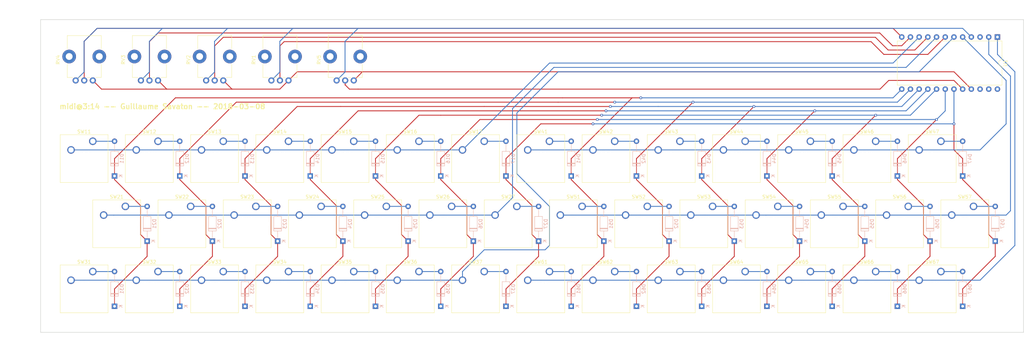
<source format=kicad_pcb>
(kicad_pcb (version 20211014) (generator pcbnew)
  (layers (0 "F.Cu" signal) (31 "B.Cu" signal) (34 "B.Paste" user) (35 "F.Paste" user) (36 "B.SilkS" user "B.Silkscreen") (37 "F.SilkS" user "F.Silkscreen") (38 "B.Mask" user) (39 "F.Mask" user) (44 "Edge.Cuts" user))
  (net 0 "")
  (net 1 "ROW1")
  (net 2 "Net-(D11-Pad2)")
  (net 3 "Net-(D12-Pad2)")
  (net 4 "Net-(D13-Pad2)")
  (net 5 "Net-(D14-Pad2)")
  (net 6 "Net-(D15-Pad2)")
  (net 7 "Net-(D16-Pad2)")
  (net 8 "Net-(D17-Pad2)")
  (net 9 "ROW2")
  (net 10 "Net-(D21-Pad2)")
  (net 11 "Net-(D22-Pad2)")
  (net 12 "Net-(D23-Pad2)")
  (net 13 "Net-(D24-Pad2)")
  (net 14 "Net-(D25-Pad2)")
  (net 15 "Net-(D26-Pad2)")
  (net 16 "Net-(D27-Pad2)")
  (net 17 "COL7")
  (net 18 "COL6")
  (net 19 "Net-(U1-Pad3)")
  (net 20 "COL5")
  (net 21 "COL4")
  (net 22 "COL3")
  (net 23 "COL2")
  (net 24 "COL1")
  (net 25 "+5V")
  (net 26 "Net-(U1-Pad22)")
  (net 27 "Net-(U1-Pad23)")
  (net 28 "Net-(U1-Pad24)")
  (net 29 "Net-(D31-Pad2)")
  (net 30 "Net-(D32-Pad2)")
  (net 31 "Net-(D33-Pad2)")
  (net 32 "Net-(D34-Pad2)")
  (net 33 "Net-(D35-Pad2)")
  (net 34 "Net-(D36-Pad2)")
  (net 35 "Net-(D37-Pad2)")
  (net 36 "Net-(D41-Pad2)")
  (net 37 "Net-(D42-Pad2)")
  (net 38 "Net-(D43-Pad2)")
  (net 39 "Net-(D44-Pad2)")
  (net 40 "Net-(D45-Pad2)")
  (net 41 "Net-(D46-Pad2)")
  (net 42 "Net-(D47-Pad2)")
  (net 43 "Net-(D51-Pad2)")
  (net 44 "Net-(D52-Pad2)")
  (net 45 "Net-(D53-Pad2)")
  (net 46 "Net-(D54-Pad2)")
  (net 47 "Net-(D55-Pad2)")
  (net 48 "Net-(D56-Pad2)")
  (net 49 "Net-(D57-Pad2)")
  (net 50 "Net-(D61-Pad2)")
  (net 51 "Net-(D62-Pad2)")
  (net 52 "Net-(D63-Pad2)")
  (net 53 "Net-(D64-Pad2)")
  (net 54 "Net-(D65-Pad2)")
  (net 55 "Net-(D66-Pad2)")
  (net 56 "Net-(D67-Pad2)")
  (net 57 "ROW3")
  (net 58 "ROW4")
  (net 59 "ROW5")
  (net 60 "ROW6")
  (net 61 "GND")
  (net 62 "Net-(RV1-Pad2)")
  (net 63 "Net-(RV2-Pad2)")
  (net 64 "Net-(RV3-Pad2)")
  (net 65 "Net-(RV4-Pad2)")
  (net 66 "Net-(RV5-Pad2)")
  (footprint "Button_Switch_Keyboard:SW_Cherry_MX1A_1.00u_PCB" (layer "F.Cu") (at 334.645 151.13)
    (fp_text reference "SW57")
    (fp_text value "SW_Push")
  )
  (footprint "Button_Switch_Keyboard:SW_Cherry_MX1A_1.00u_PCB" (layer "F.Cu") (at 296.545 151.13)
    (fp_text reference "SW55")
    (fp_text value "SW_Push")
  )
  (footprint "Button_Switch_Keyboard:SW_Cherry_MX1A_1.00u_PCB" (layer "F.Cu") (at 248.92 132.08)
    (fp_text reference "SW43")
    (fp_text value "SW_Push")
  )
  (footprint "Button_Switch_Keyboard:SW_Cherry_MX1A_1.00u_PCB" (layer "F.Cu") (at 220.345 151.13)
    (fp_text reference "SW51")
    (fp_text value "SW_Push")
  )
  (footprint "Button_Switch_Keyboard:SW_Cherry_MX1A_1.00u_PCB" (layer "F.Cu") (at 277.495 151.13)
    (fp_text reference "SW54")
    (fp_text value "SW_Push")
  )
  (footprint "Button_Switch_Keyboard:SW_Cherry_MX1A_1.00u_PCB" (layer "F.Cu") (at 306.07 132.08)
    (fp_text reference "SW46")
    (fp_text value "SW_Push")
  )
  (footprint "Button_Switch_Keyboard:SW_Cherry_MX1A_1.00u_PCB" (layer "F.Cu") (at 191.77 132.08)
    (fp_text reference "SW17")
    (fp_text value "SW_Push")
  )
  (footprint "Button_Switch_Keyboard:SW_Cherry_MX1A_1.00u_PCB" (layer "F.Cu") (at 115.57 170.18)
    (fp_text reference "SW33")
    (fp_text value "SW_Push")
  )
  (footprint "Button_Switch_Keyboard:SW_Cherry_MX1A_1.00u_PCB" (layer "F.Cu") (at 229.87 170.18)
    (fp_text reference "SW62")
    (fp_text value "SW_Push")
  )
  (footprint "Button_Switch_Keyboard:SW_Cherry_MX1A_1.00u_PCB" (layer "F.Cu") (at 325.12 170.18)
    (fp_text reference "SW67")
    (fp_text value "SW_Push")
  )
  (footprint "Button_Switch_Keyboard:SW_Cherry_MX1A_1.00u_PCB" (layer "F.Cu") (at 248.92 170.18)
    (fp_text reference "SW63")
    (fp_text value "SW_Push")
  )
  (footprint "Button_Switch_Keyboard:SW_Cherry_MX1A_1.00u_PCB" (layer "F.Cu") (at 77.47 170.18)
    (fp_text reference "SW31")
    (fp_text value "SW_Push")
  )
  (footprint "Button_Switch_Keyboard:SW_Cherry_MX1A_1.00u_PCB" (layer "F.Cu") (at 306.07 170.18)
    (fp_text reference "SW66")
    (fp_text value "SW_Push")
  )
  (footprint "Package_DIP:DIP-24_W15.24mm" (layer "F.Cu") (at 341.63 101.6 -90)
    (fp_text reference "U1")
    (fp_text value "Arduino_Pro_Micro")
  )
  (footprint "Button_Switch_Keyboard:SW_Cherry_MX1A_1.00u_PCB" (layer "F.Cu") (at 210.82 132.08)
    (fp_text reference "SW41")
    (fp_text value "SW_Push")
  )
  (footprint "Button_Switch_Keyboard:SW_Cherry_MX1A_1.00u_PCB" (layer "F.Cu") (at 77.47 132.08)
    (fp_text reference "SW11")
    (fp_text value "SW_Push")
  )
  (footprint "Button_Switch_Keyboard:SW_Cherry_MX1A_1.00u_PCB" (layer "F.Cu") (at 86.995 151.13)
    (fp_text reference "SW21")
    (fp_text value "SW_Push")
  )
  (footprint "Button_Switch_Keyboard:SW_Cherry_MX1A_1.00u_PCB" (layer "F.Cu") (at 287.02 170.18)
    (fp_text reference "SW65")
    (fp_text value "SW_Push")
  )
  (footprint "Button_Switch_Keyboard:SW_Cherry_MX1A_1.00u_PCB" (layer "F.Cu") (at 258.445 151.13)
    (fp_text reference "SW53")
    (fp_text value "SW_Push")
  )
  (footprint "Button_Switch_Keyboard:SW_Cherry_MX1A_1.00u_PCB" (layer "F.Cu") (at 239.395 151.13)
    (fp_text reference "SW52")
    (fp_text value "SW_Push")
  )
  (footprint "Button_Switch_Keyboard:SW_Cherry_MX1A_1.00u_PCB" (layer "F.Cu") (at 315.595 151.13)
    (fp_text reference "SW56")
    (fp_text value "SW_Push")
  )
  (footprint "Button_Switch_Keyboard:SW_Cherry_MX1A_1.00u_PCB" (layer "F.Cu") (at 191.77 170.18)
    (fp_text reference "SW37")
    (fp_text value "SW_Push")
  )
  (footprint "Button_Switch_Keyboard:SW_Cherry_MX1A_1.00u_PCB" (layer "F.Cu") (at 106.045 151.13)
    (fp_text reference "SW22")
    (fp_text value "SW_Push")
  )
  (footprint "Button_Switch_Keyboard:SW_Cherry_MX1A_1.00u_PCB" (layer "F.Cu") (at 201.295 151.13)
    (fp_text reference "SW27")
    (fp_text value "SW_Push")
  )
  (footprint "Button_Switch_Keyboard:SW_Cherry_MX1A_1.00u_PCB" (layer "F.Cu") (at 134.62 170.18)
    (fp_text reference "SW34")
    (fp_text value "SW_Push")
  )
  (footprint "Button_Switch_Keyboard:SW_Cherry_MX1A_1.00u_PCB" (layer "F.Cu") (at 96.52 132.08)
    (fp_text reference "SW12")
    (fp_text value "SW_Push")
  )
  (footprint "Button_Switch_Keyboard:SW_Cherry_MX1A_1.00u_PCB" (layer "F.Cu") (at 287.02 132.08)
    (fp_text reference "SW45")
    (fp_text value "SW_Push")
  )
  (footprint "Button_Switch_Keyboard:SW_Cherry_MX1A_1.00u_PCB" (layer "F.Cu") (at 163.195 151.13)
    (fp_text reference "SW25")
    (fp_text value "SW_Push")
  )
  (footprint "Button_Switch_Keyboard:SW_Cherry_MX1A_1.00u_PCB" (layer "F.Cu") (at 144.145 151.13)
    (fp_text reference "SW24")
    (fp_text value "SW_Push")
  )
  (footprint "Button_Switch_Keyboard:SW_Cherry_MX1A_1.00u_PCB" (layer "F.Cu") (at 125.095 151.13)
    (fp_text reference "SW23")
    (fp_text value "SW_Push")
  )
  (footprint "Button_Switch_Keyboard:SW_Cherry_MX1A_1.00u_PCB" (layer "F.Cu") (at 115.57 132.08)
    (fp_text reference "SW13")
    (fp_text value "SW_Push")
  )
  (footprint "Button_Switch_Keyboard:SW_Cherry_MX1A_1.00u_PCB" (layer "F.Cu") (at 134.62 132.08)
    (fp_text reference "SW14")
    (fp_text value "SW_Push")
  )
  (footprint "Button_Switch_Keyboard:SW_Cherry_MX1A_1.00u_PCB" (layer "F.Cu") (at 96.52 170.18)
    (fp_text reference "SW32")
    (fp_text value "SW_Push")
  )
  (footprint "Button_Switch_Keyboard:SW_Cherry_MX1A_1.00u_PCB" (layer "F.Cu") (at 182.245 151.13)
    (fp_text reference "SW26")
    (fp_text value "SW_Push")
  )
  (footprint "Button_Switch_Keyboard:SW_Cherry_MX1A_1.00u_PCB" (layer "F.Cu") (at 153.67 132.08)
    (fp_text reference "SW15")
    (fp_text value "SW_Push")
  )
  (footprint "Button_Switch_Keyboard:SW_Cherry_MX1A_1.00u_PCB" (layer "F.Cu") (at 267.97 132.08)
    (fp_text reference "SW44")
    (fp_text value "SW_Push")
  )
  (footprint "Button_Switch_Keyboard:SW_Cherry_MX1A_1.00u_PCB" (layer "F.Cu") (at 210.82 170.18)
    (fp_text reference "SW61")
    (fp_text value "SW_Push")
  )
  (footprint "Button_Switch_Keyboard:SW_Cherry_MX1A_1.00u_PCB" (layer "F.Cu") (at 229.87 132.08)
    (fp_text reference "SW42")
    (fp_text value "SW_Push")
  )
  (footprint "Button_Switch_Keyboard:SW_Cherry_MX1A_1.00u_PCB" (layer "F.Cu") (at 267.97 170.18)
    (fp_text reference "SW64")
    (fp_text value "SW_Push")
  )
  (footprint "Button_Switch_Keyboard:SW_Cherry_MX1A_1.00u_PCB" (layer "F.Cu") (at 172.72 132.08)
    (fp_text reference "SW16")
    (fp_text value "SW_Push")
  )
  (footprint "Button_Switch_Keyboard:SW_Cherry_MX1A_1.00u_PCB" (layer "F.Cu") (at 325.12 132.08)
    (fp_text reference "SW47")
    (fp_text value "SW_Push")
  )
  (footprint "Button_Switch_Keyboard:SW_Cherry_MX1A_1.00u_PCB" (layer "F.Cu") (at 153.67 170.18)
    (fp_text reference "SW35")
    (fp_text value "SW_Push")
  )
  (footprint "Button_Switch_Keyboard:SW_Cherry_MX1A_1.00u_PCB" (layer "F.Cu") (at 172.72 170.18)
    (fp_text reference "SW36")
    (fp_text value "SW_Push")
  )
  (footprint "Potentiometer_THT:Potentiometer_Bourns_PTV09A-1_Single_Vertical" (layer "F.Cu") (at 77.47 114.3 90)
    (fp_text reference "RV4")
    (fp_text value "POT")
  )
  (footprint "Potentiometer_THT:Potentiometer_Bourns_PTV09A-1_Single_Vertical" (layer "F.Cu") (at 153.67 114.3 90)
    (fp_text reference "RV5")
    (fp_text value "POT")
  )
  (footprint "Potentiometer_THT:Potentiometer_Bourns_PTV09A-1_Single_Vertical" (layer "F.Cu") (at 134.62 114.3 90)
    (fp_text reference "RV1")
    (fp_text value "POT")
  )
  (footprint "Potentiometer_THT:Potentiometer_Bourns_PTV09A-1_Single_Vertical" (layer "F.Cu") (at 115.57 114.3 90)
    (fp_text reference "RV2")
    (fp_text value "POT")
  )
  (footprint "Potentiometer_THT:Potentiometer_Bourns_PTV09A-1_Single_Vertical" (layer "F.Cu") (at 96.52 114.3 90)
    (fp_text reference "RV3")
    (fp_text value "POT")
  )
  (footprint "Diode_THT:D_DO-35_SOD27_P10.16mm_Horizontal" (layer "B.Cu") (at 217.17 180.34 90)
    (fp_text reference "D61")
    (fp_text value "1N4148")
  )
  (footprint "Diode_THT:D_DO-35_SOD27_P10.16mm_Horizontal" (layer "B.Cu") (at 112.395 161.29 90)
    (fp_text reference "D22")
    (fp_text value "1N4148")
  )
  (footprint "Diode_THT:D_DO-35_SOD27_P10.16mm_Horizontal" (layer "B.Cu") (at 121.92 142.24 90)
    (fp_text reference "D13")
    (fp_text value "1N4148")
  )
  (footprint "Diode_THT:D_DO-35_SOD27_P10.16mm_Horizontal" (layer "B.Cu") (at 102.87 142.24 90)
    (fp_text reference "D12")
    (fp_text value "1N4148")
  )
  (footprint "Diode_THT:D_DO-35_SOD27_P10.16mm_Horizontal" (layer "B.Cu") (at 236.22 180.34 90)
    (fp_text reference "D62")
    (fp_text value "1N4148")
  )
  (footprint "Diode_THT:D_DO-35_SOD27_P10.16mm_Horizontal" (layer "B.Cu") (at 121.92 180.34 90)
    (fp_text reference "D33")
    (fp_text value "1N4148")
  )
  (footprint "Diode_THT:D_DO-35_SOD27_P10.16mm_Horizontal" (layer "B.Cu") (at 179.07 142.24 90)
    (fp_text reference "D16")
    (fp_text value "1N4148")
  )
  (footprint "Diode_THT:D_DO-35_SOD27_P10.16mm_Horizontal" (layer "B.Cu") (at 198.12 142.24 90)
    (fp_text reference "D17")
    (fp_text value "1N4148")
  )
  (footprint "Diode_THT:D_DO-35_SOD27_P10.16mm_Horizontal" (layer "B.Cu") (at 150.495 161.29 90)
    (fp_text reference "D24")
    (fp_text value "1N4148")
  )
  (footprint "Diode_THT:D_DO-35_SOD27_P10.16mm_Horizontal" (layer "B.Cu") (at 140.97 180.34 90)
    (fp_text reference "D34")
    (fp_text value "1N4148")
  )
  (footprint "Diode_THT:D_DO-35_SOD27_P10.16mm_Horizontal" (layer "B.Cu") (at 207.645 161.29 90)
    (fp_text reference "D27")
    (fp_text value "1N4148")
  )
  (footprint "Diode_THT:D_DO-35_SOD27_P10.16mm_Horizontal" (layer "B.Cu") (at 198.12 180.34 90)
    (fp_text reference "D37")
    (fp_text value "1N4148")
  )
  (footprint "Diode_THT:D_DO-35_SOD27_P10.16mm_Horizontal" (layer "B.Cu") (at 236.22 142.24 90)
    (fp_text reference "D42")
    (fp_text value "1N4148")
  )
  (footprint "Diode_THT:D_DO-35_SOD27_P10.16mm_Horizontal" (layer "B.Cu") (at 226.695 161.29 90)
    (fp_text reference "D51")
    (fp_text value "1N4148")
  )
  (footprint "Diode_THT:D_DO-35_SOD27_P10.16mm_Horizontal" (layer "B.Cu") (at 217.17 142.24 90)
    (fp_text reference "D41")
    (fp_text value "1N4148")
  )
  (footprint "Diode_THT:D_DO-35_SOD27_P10.16mm_Horizontal" (layer "B.Cu") (at 274.32 180.34 90)
    (fp_text reference "D64")
    (fp_text value "1N4148")
  )
  (footprint "Diode_THT:D_DO-35_SOD27_P10.16mm_Horizontal" (layer "B.Cu") (at 179.07 180.34 90)
    (fp_text reference "D36")
    (fp_text value "1N4148")
  )
  (footprint "Diode_THT:D_DO-35_SOD27_P10.16mm_Horizontal" (layer "B.Cu") (at 255.27 180.34 90)
    (fp_text reference "D63")
    (fp_text value "1N4148")
  )
  (footprint "Diode_THT:D_DO-35_SOD27_P10.16mm_Horizontal" (layer "B.Cu") (at 160.02 180.34 90)
    (fp_text reference "D35")
    (fp_text value "1N4148")
  )
  (footprint "Diode_THT:D_DO-35_SOD27_P10.16mm_Horizontal" (layer "B.Cu") (at 102.87 180.34 90)
    (fp_text reference "D32")
    (fp_text value "1N4148")
  )
  (footprint "Diode_THT:D_DO-35_SOD27_P10.16mm_Horizontal" (layer "B.Cu") (at 255.27 142.24 90)
    (fp_text reference "D43")
    (fp_text value "1N4148")
  )
  (footprint "Diode_THT:D_DO-35_SOD27_P10.16mm_Horizontal" (layer "B.Cu") (at 264.795 161.29 90)
    (fp_text reference "D53")
    (fp_text value "1N4148")
  )
  (footprint "Diode_THT:D_DO-35_SOD27_P10.16mm_Horizontal" (layer "B.Cu") (at 302.895 161.29 90)
    (fp_text reference "D55")
    (fp_text value "1N4148")
  )
  (footprint "Diode_THT:D_DO-35_SOD27_P10.16mm_Horizontal" (layer "B.Cu") (at 83.82 142.24 90)
    (fp_text reference "D11")
    (fp_text value "1N4148")
  )
  (footprint "Diode_THT:D_DO-35_SOD27_P10.16mm_Horizontal" (layer "B.Cu") (at 245.745 161.29 90)
    (fp_text reference "D52")
    (fp_text value "1N4148")
  )
  (footprint "Diode_THT:D_DO-35_SOD27_P10.16mm_Horizontal" (layer "B.Cu") (at 340.995 161.29 90)
    (fp_text reference "D57")
    (fp_text value "1N4148")
  )
  (footprint "Diode_THT:D_DO-35_SOD27_P10.16mm_Horizontal" (layer "B.Cu") (at 131.445 161.29 90)
    (fp_text reference "D23")
    (fp_text value "1N4148")
  )
  (footprint "Diode_THT:D_DO-35_SOD27_P10.16mm_Horizontal" (layer "B.Cu") (at 312.42 142.24 90)
    (fp_text reference "D46")
    (fp_text value "1N4148")
  )
  (footprint "Diode_THT:D_DO-35_SOD27_P10.16mm_Horizontal" (layer "B.Cu") (at 293.37 142.24 90)
    (fp_text reference "D45")
    (fp_text value "1N4148")
  )
  (footprint "Diode_THT:D_DO-35_SOD27_P10.16mm_Horizontal" (layer "B.Cu") (at 274.32 142.24 90)
    (fp_text reference "D44")
    (fp_text value "1N4148")
  )
  (footprint "Diode_THT:D_DO-35_SOD27_P10.16mm_Horizontal" (layer "B.Cu") (at 331.47 142.24 90)
    (fp_text reference "D47")
    (fp_text value "1N4148")
  )
  (footprint "Diode_THT:D_DO-35_SOD27_P10.16mm_Horizontal" (layer "B.Cu") (at 83.82 180.34 90)
    (fp_text reference "D31")
    (fp_text value "1N4148")
  )
  (footprint "Diode_THT:D_DO-35_SOD27_P10.16mm_Horizontal" (layer "B.Cu") (at 188.595 161.29 90)
    (fp_text reference "D26")
    (fp_text value "1N4148")
  )
  (footprint "Diode_THT:D_DO-35_SOD27_P10.16mm_Horizontal" (layer "B.Cu") (at 293.37 180.34 90)
    (fp_text reference "D65")
    (fp_text value "1N4148")
  )
  (footprint "Diode_THT:D_DO-35_SOD27_P10.16mm_Horizontal" (layer "B.Cu") (at 169.545 161.29 90)
    (fp_text reference "D25")
    (fp_text value "1N4148")
  )
  (footprint "Diode_THT:D_DO-35_SOD27_P10.16mm_Horizontal" (layer "B.Cu") (at 312.42 180.34 90)
    (fp_text reference "D66")
    (fp_text value "1N4148")
  )
  (footprint "Diode_THT:D_DO-35_SOD27_P10.16mm_Horizontal" (layer "B.Cu") (at 160.02 142.24 90)
    (fp_text reference "D15")
    (fp_text value "1N4148")
  )
  (footprint "Diode_THT:D_DO-35_SOD27_P10.16mm_Horizontal" (layer "B.Cu") (at 321.945 161.29 90)
    (fp_text reference "D56")
    (fp_text value "1N4148")
  )
  (footprint "Diode_THT:D_DO-35_SOD27_P10.16mm_Horizontal" (layer "B.Cu") (at 140.97 142.24 90)
    (fp_text reference "D14")
    (fp_text value "1N4148")
  )
  (footprint "Diode_THT:D_DO-35_SOD27_P10.16mm_Horizontal" (layer "B.Cu") (at 331.47 180.34 90)
    (fp_text reference "D67")
    (fp_text value "1N4148")
  )
  (footprint "Diode_THT:D_DO-35_SOD27_P10.16mm_Horizontal" (layer "B.Cu") (at 93.345 161.29 90)
    (fp_text reference "D21")
    (fp_text value "1N4148")
  )
  (footprint "Diode_THT:D_DO-35_SOD27_P10.16mm_Horizontal" (layer "B.Cu") (at 283.845 161.29 90)
    (fp_text reference "D54")
    (fp_text value "1N4148")
  )
  (gr_line (start 349.25 187.96) (end 62.23 187.96) (layer "Edge.Cuts") (width 0.15))
  (gr_line (start 349.25 96.52) (end 349.25 187.96) (layer "Edge.Cuts") (width 0.15))
  (gr_line (start 62.23 187.96) (end 62.23 96.52) (layer "Edge.Cuts") (width 0.15))
  (gr_line (start 62.23 96.52) (end 349.25 96.52) (layer "Edge.Cuts") (width 0.15))
  (gr_text "midi@3:14 -- Guillaume Savaton -- 2018-03-08" (at 97.79 121.92) (layer "F.SilkS") (effects (font (size 1.5 1.5) (thickness 0.3))))
  (segment (start 71.12 134.62) (end 90.17 134.62) (width 0.25) (layer "B.Cu") (net 1))
  (segment (start 90.17 134.62) (end 109.22 134.62) (width 0.25) (layer "B.Cu") (net 1))
  (segment (start 109.22 134.62) (end 128.27 134.62) (width 0.25) (layer "B.Cu") (net 1))
  (segment (start 128.27 134.62) (end 147.32 134.62) (width 0.25) (layer "B.Cu") (net 1))
  (segment (start 147.32 134.62) (end 166.37 134.62) (width 0.25) (layer "B.Cu") (net 1))
  (segment (start 166.37 134.62) (end 185.42 134.62) (width 0.25) (layer "B.Cu") (net 1))
  (segment (start 316.23 104.14) (end 318.77 101.6) (width 0.25) (layer "B.Cu") (net 1))
  (segment (start 210.82 109.22) (end 311.15 109.22) (width 0.25) (layer "B.Cu") (net 1))
  (segment (start 185.42 134.62) (end 210.82 109.22) (width 0.25) (layer "B.Cu") (net 1))
  (segment (start 311.15 109.22) (end 316.23 104.14) (width 0.25) (layer "B.Cu") (net 1))
  (segment (start 77.47 132.08) (end 83.82 132.08) (width 0.25) (layer "B.Cu") (net 2))
  (segment (start 96.52 132.08) (end 102.87 132.08) (width 0.25) (layer "B.Cu") (net 3))
  (segment (start 115.57 132.08) (end 121.92 132.08) (width 0.25) (layer "B.Cu") (net 4))
  (segment (start 134.62 132.08) (end 140.97 132.08) (width 0.25) (layer "B.Cu") (net 5))
  (segment (start 153.67 132.08) (end 160.02 132.08) (width 0.25) (layer "B.Cu") (net 6))
  (segment (start 172.72 132.08) (end 179.07 132.08) (width 0.25) (layer "B.Cu") (net 7))
  (segment (start 191.77 132.08) (end 198.12 132.08) (width 0.25) (layer "B.Cu") (net 8))
  (segment (start 200.025 148.59) (end 194.945 153.67) (width 0.25) (layer "B.Cu") (net 9))
  (segment (start 323.85 101.6) (end 320.04 105.41) (width 0.25) (layer "B.Cu") (net 9))
  (segment (start 314.96 110.49) (end 212.09 110.49) (width 0.25) (layer "B.Cu") (net 9))
  (segment (start 200.025 122.555) (end 200.025 148.59) (width 0.25) (layer "B.Cu") (net 9))
  (segment (start 194.945 153.67) (end 175.895 153.67) (width 0.25) (layer "B.Cu") (net 9))
  (segment (start 175.895 153.67) (end 156.845 153.67) (width 0.25) (layer "B.Cu") (net 9))
  (segment (start 156.845 153.67) (end 137.795 153.67) (width 0.25) (layer "B.Cu") (net 9))
  (segment (start 137.795 153.67) (end 118.745 153.67) (width 0.25) (layer "B.Cu") (net 9))
  (segment (start 118.745 153.67) (end 99.695 153.67) (width 0.25) (layer "B.Cu") (net 9))
  (segment (start 83.553998 153.67) (end 80.645 153.67) (width 0.25) (layer "B.Cu") (net 9))
  (segment (start 99.695 153.67) (end 83.553998 153.67) (width 0.25) (layer "B.Cu") (net 9))
  (segment (start 314.96 110.49) (end 320.04 105.41) (width 0.25) (layer "B.Cu") (net 9))
  (segment (start 200.025 122.555) (end 212.09 110.49) (width 0.25) (layer "B.Cu") (net 9))
  (segment (start 86.995 151.13) (end 93.345 151.13) (width 0.25) (layer "B.Cu") (net 10))
  (segment (start 106.045 151.13) (end 112.395 151.13) (width 0.25) (layer "B.Cu") (net 11))
  (segment (start 125.095 151.13) (end 131.445 151.13) (width 0.25) (layer "B.Cu") (net 12))
  (segment (start 144.145 151.13) (end 150.495 151.13) (width 0.25) (layer "B.Cu") (net 13))
  (segment (start 163.195 151.13) (end 169.545 151.13) (width 0.25) (layer "B.Cu") (net 14))
  (segment (start 182.245 151.13) (end 188.595 151.13) (width 0.25) (layer "B.Cu") (net 15))
  (segment (start 201.295 151.13) (end 207.645 151.13) (width 0.25) (layer "B.Cu") (net 16))
  (segment (start 198.12 142.24) (end 198.12 137.16) (width 0.25) (layer "F.Cu") (net 17))
  (segment (start 198.12 137.16) (end 208.28 127) (width 0.25) (layer "F.Cu") (net 17))
  (segment (start 208.28 127) (end 223.52 127) (width 0.25) (layer "F.Cu") (net 17))
  (segment (start 198.12 143.29) (end 205.74 150.91) (width 0.25) (layer "F.Cu") (net 17))
  (segment (start 198.12 142.24) (end 198.12 143.29) (width 0.25) (layer "F.Cu") (net 17))
  (segment (start 205.74 150.91) (end 205.74 159.385) (width 0.25) (layer "F.Cu") (net 17))
  (segment (start 205.74 159.385) (end 207.645 161.29) (width 0.25) (layer "F.Cu") (net 17))
  (segment (start 331.47 143.29) (end 339.09 150.91) (width 0.25) (layer "F.Cu") (net 17))
  (segment (start 331.47 142.24) (end 331.47 143.29) (width 0.25) (layer "F.Cu") (net 17))
  (segment (start 339.09 150.91) (end 339.09 159.385) (width 0.25) (layer "F.Cu") (net 17))
  (segment (start 339.09 159.385) (end 340.995 161.29) (width 0.25) (layer "F.Cu") (net 17))
  (segment (start 198.12 180.34) (end 198.12 175.26) (width 0.25) (layer "F.Cu") (net 17))
  (segment (start 198.12 175.26) (end 207.645 165.735) (width 0.25) (layer "F.Cu") (net 17))
  (segment (start 207.645 165.735) (end 207.645 161.29) (width 0.25) (layer "F.Cu") (net 17))
  (segment (start 331.47 180.34) (end 331.47 175.26) (width 0.25) (layer "F.Cu") (net 17))
  (segment (start 331.47 175.26) (end 340.995 165.735) (width 0.25) (layer "F.Cu") (net 17))
  (segment (start 340.995 165.735) (end 340.995 161.29) (width 0.25) (layer "F.Cu") (net 17))
  (segment (start 331.47 142.24) (end 331.47 141.19) (width 0.25) (layer "F.Cu") (net 17))
  (segment (start 331.47 141.19) (end 331.47 137.16) (width 0.25) (layer "F.Cu") (net 17))
  (segment (start 328.93 134.62) (end 328.93 127) (width 0.25) (layer "F.Cu") (net 17))
  (segment (start 331.47 137.16) (end 328.93 134.62) (width 0.25) (layer "F.Cu") (net 17))
  (via (at 223.52 127) (size 0.8) (drill 0.4) (layers "F.Cu" "B.Cu") (net 17))
  (via (at 328.93 127) (size 0.8) (drill 0.4) (layers "F.Cu" "B.Cu") (net 17))
  (segment (start 223.52 127) (end 328.93 127) (width 0.25) (layer "B.Cu") (net 17))
  (segment (start 328.93 127) (end 328.93 116.84) (width 0.25) (layer "B.Cu") (net 17))
  (segment (start 179.07 142.24) (end 179.07 137.16) (width 0.25) (layer "F.Cu") (net 18))
  (segment (start 179.07 137.16) (end 190.5 125.73) (width 0.25) (layer "F.Cu") (net 18))
  (segment (start 190.5 125.73) (end 224.79 125.73) (width 0.25) (layer "F.Cu") (net 18))
  (segment (start 179.07 143.29) (end 186.69 150.91) (width 0.25) (layer "F.Cu") (net 18))
  (segment (start 179.07 142.24) (end 179.07 143.29) (width 0.25) (layer "F.Cu") (net 18))
  (segment (start 186.69 150.91) (end 186.69 159.385) (width 0.25) (layer "F.Cu") (net 18))
  (segment (start 186.69 159.385) (end 188.595 161.29) (width 0.25) (layer "F.Cu") (net 18))
  (segment (start 312.42 143.29) (end 320.04 150.91) (width 0.25) (layer "F.Cu") (net 18))
  (segment (start 312.42 142.24) (end 312.42 143.29) (width 0.25) (layer "F.Cu") (net 18))
  (segment (start 320.04 150.91) (end 320.04 159.385) (width 0.25) (layer "F.Cu") (net 18))
  (segment (start 320.04 159.385) (end 321.945 161.29) (width 0.25) (layer "F.Cu") (net 18))
  (segment (start 179.07 175.26) (end 188.595 165.735) (width 0.25) (layer "F.Cu") (net 18))
  (segment (start 188.595 165.735) (end 188.595 161.29) (width 0.25) (layer "F.Cu") (net 18))
  (segment (start 179.07 180.34) (end 179.07 175.26) (width 0.25) (layer "F.Cu") (net 18))
  (segment (start 312.42 180.34) (end 312.42 175.26) (width 0.25) (layer "F.Cu") (net 18))
  (segment (start 312.42 175.26) (end 321.945 165.735) (width 0.25) (layer "F.Cu") (net 18))
  (segment (start 321.945 165.735) (end 321.945 161.29) (width 0.25) (layer "F.Cu") (net 18))
  (segment (start 312.42 142.24) (end 312.42 137.16) (width 0.25) (layer "F.Cu") (net 18))
  (segment (start 312.42 137.16) (end 322.58 127) (width 0.25) (layer "F.Cu") (net 18))
  (segment (start 322.58 127) (end 323.85 125.73) (width 0.25) (layer "F.Cu") (net 18))
  (via (at 224.79 125.73) (size 0.8) (drill 0.4) (layers "F.Cu" "B.Cu") (net 18))
  (via (at 323.85 125.73) (size 0.8) (drill 0.4) (layers "F.Cu" "B.Cu") (net 18))
  (segment (start 326.39 123.19) (end 326.39 116.84) (width 0.25) (layer "B.Cu") (net 18))
  (segment (start 323.85 125.73) (end 326.39 123.19) (width 0.25) (layer "B.Cu") (net 18))
  (segment (start 224.79 125.73) (end 323.85 125.73) (width 0.25) (layer "B.Cu") (net 18))
  (segment (start 160.02 143.29) (end 167.64 150.91) (width 0.25) (layer "F.Cu") (net 20))
  (segment (start 160.02 142.24) (end 160.02 143.29) (width 0.25) (layer "F.Cu") (net 20))
  (segment (start 167.64 150.91) (end 167.64 159.385) (width 0.25) (layer "F.Cu") (net 20))
  (segment (start 167.64 159.385) (end 169.545 161.29) (width 0.25) (layer "F.Cu") (net 20))
  (segment (start 293.37 143.29) (end 300.99 150.91) (width 0.25) (layer "F.Cu") (net 20))
  (segment (start 293.37 142.24) (end 293.37 143.29) (width 0.25) (layer "F.Cu") (net 20))
  (segment (start 300.99 150.91) (end 300.99 159.385) (width 0.25) (layer "F.Cu") (net 20))
  (segment (start 300.99 159.385) (end 302.895 161.29) (width 0.25) (layer "F.Cu") (net 20))
  (segment (start 160.02 180.34) (end 160.02 175.26) (width 0.25) (layer "F.Cu") (net 20))
  (segment (start 160.02 175.26) (end 169.545 165.735) (width 0.25) (layer "F.Cu") (net 20))
  (segment (start 169.545 165.735) (end 169.545 161.29) (width 0.25) (layer "F.Cu") (net 20))
  (segment (start 293.37 180.34) (end 293.37 175.26) (width 0.25) (layer "F.Cu") (net 20))
  (segment (start 293.37 175.26) (end 302.895 165.735) (width 0.25) (layer "F.Cu") (net 20))
  (segment (start 302.895 165.735) (end 302.895 161.29) (width 0.25) (layer "F.Cu") (net 20))
  (segment (start 293.37 142.24) (end 293.37 137.16) (width 0.25) (layer "F.Cu") (net 20))
  (segment (start 293.37 137.16) (end 303.53 127) (width 0.25) (layer "F.Cu") (net 20))
  (segment (start 303.53 127) (end 306.07 124.46) (width 0.25) (layer "F.Cu") (net 20))
  (segment (start 160.02 142.24) (end 160.02 137.16) (width 0.25) (layer "F.Cu") (net 20))
  (segment (start 160.02 137.16) (end 172.72 124.46) (width 0.25) (layer "F.Cu") (net 20))
  (segment (start 172.72 124.46) (end 179.07 124.46) (width 0.25) (layer "F.Cu") (net 20))
  (segment (start 179.07 124.46) (end 226.06 124.46) (width 0.25) (layer "F.Cu") (net 20))
  (via (at 306.07 124.46) (size 0.8) (drill 0.4) (layers "F.Cu" "B.Cu") (net 20))
  (via (at 226.06 124.46) (size 0.8) (drill 0.4) (layers "F.Cu" "B.Cu") (net 20))
  (segment (start 316.23 124.46) (end 323.85 116.84) (width 0.25) (layer "B.Cu") (net 20))
  (segment (start 306.07 124.46) (end 316.23 124.46) (width 0.25) (layer "B.Cu") (net 20))
  (segment (start 226.06 124.46) (end 306.07 124.46) (width 0.25) (layer "B.Cu") (net 20))
  (segment (start 146.05 132.08) (end 154.94 123.19) (width 0.25) (layer "F.Cu") (net 21))
  (segment (start 154.94 123.19) (end 227.33 123.19) (width 0.25) (layer "F.Cu") (net 21))
  (segment (start 140.97 142.24) (end 140.97 143.29) (width 0.25) (layer "F.Cu") (net 21))
  (segment (start 148.59 150.91) (end 148.59 159.385) (width 0.25) (layer "F.Cu") (net 21))
  (segment (start 148.59 159.385) (end 150.495 161.29) (width 0.25) (layer "F.Cu") (net 21))
  (segment (start 274.32 143.29) (end 281.94 150.91) (width 0.25) (layer "F.Cu") (net 21))
  (segment (start 274.32 142.24) (end 274.32 143.29) (width 0.25) (layer "F.Cu") (net 21))
  (segment (start 281.94 150.91) (end 281.94 159.385) (width 0.25) (layer "F.Cu") (net 21))
  (segment (start 281.94 159.385) (end 283.845 161.29) (width 0.25) (layer "F.Cu") (net 21))
  (segment (start 140.97 180.34) (end 140.97 175.26) (width 0.25) (layer "F.Cu") (net 21))
  (segment (start 140.97 175.26) (end 150.495 165.735) (width 0.25) (layer "F.Cu") (net 21))
  (segment (start 150.495 165.735) (end 150.495 161.29) (width 0.25) (layer "F.Cu") (net 21))
  (segment (start 274.32 180.34) (end 274.32 175.26) (width 0.25) (layer "F.Cu") (net 21))
  (segment (start 274.32 175.26) (end 283.845 165.735) (width 0.25) (layer "F.Cu") (net 21))
  (segment (start 283.845 165.735) (end 283.845 161.29) (width 0.25) (layer "F.Cu") (net 21))
  (segment (start 274.32 142.24) (end 274.32 137.16) (width 0.25) (layer "F.Cu") (net 21))
  (segment (start 274.32 137.16) (end 284.48 127) (width 0.25) (layer "F.Cu") (net 21))
  (segment (start 284.48 127) (end 288.29 123.19) (width 0.25) (layer "F.Cu") (net 21))
  (segment (start 140.97 142.24) (end 140.97 137.16) (width 0.25) (layer "F.Cu") (net 21))
  (segment (start 140.97 137.16) (end 146.05 132.08) (width 0.25) (layer "F.Cu") (net 21))
  (segment (start 140.97 143.29) (end 148.59 150.91) (width 0.25) (layer "F.Cu") (net 21))
  (via (at 227.33 123.19) (size 0.8) (drill 0.4) (layers "F.Cu" "B.Cu") (net 21))
  (via (at 288.29 123.19) (size 0.8) (drill 0.4) (layers "F.Cu" "B.Cu") (net 21))
  (segment (start 227.33 123.19) (end 288.29 123.19) (width 0.25) (layer "B.Cu") (net 21))
  (segment (start 314.96 123.19) (end 321.31 116.84) (width 0.25) (layer "B.Cu") (net 21))
  (segment (start 288.29 123.19) (end 314.96 123.19) (width 0.25) (layer "B.Cu") (net 21))
  (segment (start 121.92 143.29) (end 129.54 150.91) (width 0.25) (layer "F.Cu") (net 22))
  (segment (start 121.92 142.24) (end 121.92 143.29) (width 0.25) (layer "F.Cu") (net 22))
  (segment (start 129.54 150.91) (end 129.54 159.385) (width 0.25) (layer "F.Cu") (net 22))
  (segment (start 129.54 159.385) (end 131.445 161.29) (width 0.25) (layer "F.Cu") (net 22))
  (segment (start 255.27 143.29) (end 262.89 150.91) (width 0.25) (layer "F.Cu") (net 22))
  (segment (start 255.27 142.24) (end 255.27 143.29) (width 0.25) (layer "F.Cu") (net 22))
  (segment (start 262.89 150.91) (end 262.89 159.385) (width 0.25) (layer "F.Cu") (net 22))
  (segment (start 262.89 159.385) (end 264.795 161.29) (width 0.25) (layer "F.Cu") (net 22))
  (segment (start 121.92 180.34) (end 121.92 175.26) (width 0.25) (layer "F.Cu") (net 22))
  (segment (start 121.92 175.26) (end 131.445 165.735) (width 0.25) (layer "F.Cu") (net 22))
  (segment (start 131.445 165.735) (end 131.445 161.29) (width 0.25) (layer "F.Cu") (net 22))
  (segment (start 255.27 180.34) (end 255.27 175.26) (width 0.25) (layer "F.Cu") (net 22))
  (segment (start 255.27 175.26) (end 264.795 165.735) (width 0.25) (layer "F.Cu") (net 22))
  (segment (start 264.795 165.735) (end 264.795 161.29) (width 0.25) (layer "F.Cu") (net 22))
  (segment (start 255.27 142.24) (end 255.27 137.16) (width 0.25) (layer "F.Cu") (net 22))
  (segment (start 255.27 137.16) (end 265.43 127) (width 0.25) (layer "F.Cu") (net 22))
  (segment (start 265.43 127) (end 270.51 121.92) (width 0.25) (layer "F.Cu") (net 22))
  (segment (start 121.92 142.24) (end 121.92 137.16) (width 0.25) (layer "F.Cu") (net 22))
  (segment (start 121.92 137.16) (end 137.16 121.92) (width 0.25) (layer "F.Cu") (net 22))
  (segment (start 137.16 121.92) (end 149.86 121.92) (width 0.25) (layer "F.Cu") (net 22))
  (segment (start 149.86 121.92) (end 191.77 121.92) (width 0.25) (layer "F.Cu") (net 22))
  (segment (start 191.77 121.92) (end 228.6 121.92) (width 0.25) (layer "F.Cu") (net 22))
  (via (at 270.51 121.92) (size 0.8) (drill 0.4) (layers "F.Cu" "B.Cu") (net 22))
  (via (at 228.6 121.92) (size 0.8) (drill 0.4) (layers "F.Cu" "B.Cu") (net 22))
  (segment (start 242.57 121.92) (end 270.51 121.92) (width 0.25) (layer "B.Cu") (net 22))
  (segment (start 270.51 121.92) (end 313.69 121.92) (width 0.25) (layer "B.Cu") (net 22))
  (segment (start 313.69 121.92) (end 318.77 116.84) (width 0.25) (layer "B.Cu") (net 22))
  (segment (start 228.6 121.92) (end 242.57 121.92) (width 0.25) (layer "B.Cu") (net 22))
  (segment (start 213.36 120.65) (end 229.87 120.65) (width 0.25) (layer "F.Cu") (net 23))
  (segment (start 246.38 127) (end 252.73 120.65) (width 0.25) (layer "F.Cu") (net 23))
  (segment (start 102.87 143.29) (end 110.49 150.91) (width 0.25) (layer "F.Cu") (net 23))
  (segment (start 102.87 142.24) (end 102.87 143.29) (width 0.25) (layer "F.Cu") (net 23))
  (segment (start 110.49 150.91) (end 110.49 159.385) (width 0.25) (layer "F.Cu") (net 23))
  (segment (start 110.49 159.385) (end 112.395 161.29) (width 0.25) (layer "F.Cu") (net 23))
  (segment (start 236.22 143.29) (end 243.84 150.91) (width 0.25) (layer "F.Cu") (net 23))
  (segment (start 236.22 142.24) (end 236.22 143.29) (width 0.25) (layer "F.Cu") (net 23))
  (segment (start 243.84 150.91) (end 243.84 159.385) (width 0.25) (layer "F.Cu") (net 23))
  (segment (start 243.84 159.385) (end 245.745 161.29) (width 0.25) (layer "F.Cu") (net 23))
  (segment (start 102.87 180.34) (end 102.87 175.26) (width 0.25) (layer "F.Cu") (net 23))
  (segment (start 102.87 175.26) (end 112.395 165.735) (width 0.25) (layer "F.Cu") (net 23))
  (segment (start 112.395 165.735) (end 112.395 161.29) (width 0.25) (layer "F.Cu") (net 23))
  (segment (start 236.22 180.34) (end 236.22 175.26) (width 0.25) (layer "F.Cu") (net 23))
  (segment (start 236.22 175.26) (end 245.745 165.735) (width 0.25) (layer "F.Cu") (net 23))
  (segment (start 245.745 165.735) (end 245.745 161.29) (width 0.25) (layer "F.Cu") (net 23))
  (segment (start 236.22 142.24) (end 236.22 137.16) (width 0.25) (layer "F.Cu") (net 23))
  (segment (start 236.22 137.16) (end 246.38 127) (width 0.25) (layer "F.Cu") (net 23))
  (segment (start 102.87 142.24) (end 102.87 137.16) (width 0.25) (layer "F.Cu") (net 23))
  (segment (start 102.87 137.16) (end 119.38 120.65) (width 0.25) (layer "F.Cu") (net 23))
  (segment (start 119.38 120.65) (end 213.36 120.65) (width 0.25) (layer "F.Cu") (net 23))
  (via (at 252.73 120.65) (size 0.8) (drill 0.4) (layers "F.Cu" "B.Cu") (net 23))
  (via (at 229.87 120.65) (size 0.8) (drill 0.4) (layers "F.Cu" "B.Cu") (net 23))
  (segment (start 229.87 120.65) (end 252.73 120.65) (width 0.25) (layer "B.Cu") (net 23))
  (segment (start 312.42 120.65) (end 316.23 116.84) (width 0.25) (layer "B.Cu") (net 23))
  (segment (start 252.73 120.65) (end 312.42 120.65) (width 0.25) (layer "B.Cu") (net 23))
  (segment (start 217.17 143.29) (end 224.79 150.91) (width 0.25) (layer "F.Cu") (net 24))
  (segment (start 217.17 142.24) (end 217.17 143.29) (width 0.25) (layer "F.Cu") (net 24))
  (segment (start 224.79 150.91) (end 224.79 159.385) (width 0.25) (layer "F.Cu") (net 24))
  (segment (start 224.79 159.385) (end 226.695 161.29) (width 0.25) (layer "F.Cu") (net 24))
  (segment (start 83.82 180.34) (end 83.82 175.26) (width 0.25) (layer "F.Cu") (net 24))
  (segment (start 93.345 165.735) (end 93.345 161.29) (width 0.25) (layer "F.Cu") (net 24))
  (segment (start 83.82 175.26) (end 93.345 165.735) (width 0.25) (layer "F.Cu") (net 24))
  (segment (start 217.17 180.34) (end 217.17 175.26) (width 0.25) (layer "F.Cu") (net 24))
  (segment (start 217.17 175.26) (end 226.695 165.735) (width 0.25) (layer "F.Cu") (net 24))
  (segment (start 226.695 165.735) (end 226.695 161.29) (width 0.25) (layer "F.Cu") (net 24))
  (segment (start 217.17 142.24) (end 217.17 137.16) (width 0.25) (layer "F.Cu") (net 24))
  (segment (start 217.17 137.16) (end 227.33 127) (width 0.25) (layer "F.Cu") (net 24))
  (segment (start 214.63 119.38) (end 234.95 119.38) (width 0.25) (layer "F.Cu") (net 24))
  (segment (start 83.82 142.24) (end 83.82 137.16) (width 0.25) (layer "F.Cu") (net 24))
  (segment (start 83.82 137.16) (end 101.6 119.38) (width 0.25) (layer "F.Cu") (net 24))
  (segment (start 101.6 119.38) (end 214.63 119.38) (width 0.25) (layer "F.Cu") (net 24))
  (segment (start 227.33 127) (end 234.95 119.38) (width 0.25) (layer "F.Cu") (net 24))
  (segment (start 234.95 119.38) (end 237.49 119.38) (width 0.25) (layer "F.Cu") (net 24))
  (segment (start 83.82 143.29) (end 91.44 150.91) (width 0.25) (layer "F.Cu") (net 24))
  (segment (start 83.82 142.24) (end 83.82 143.29) (width 0.25) (layer "F.Cu") (net 24))
  (segment (start 91.44 150.91) (end 91.44 159.385) (width 0.25) (layer "F.Cu") (net 24))
  (segment (start 91.44 159.385) (end 93.345 161.29) (width 0.25) (layer "F.Cu") (net 24))
  (via (at 237.49 119.38) (size 0.8) (drill 0.4) (layers "F.Cu" "B.Cu") (net 24))
  (segment (start 311.15 119.38) (end 313.69 116.84) (width 0.25) (layer "B.Cu") (net 24))
  (segment (start 237.49 119.38) (end 311.15 119.38) (width 0.25) (layer "B.Cu") (net 24))
  (segment (start 134.62 114.3) (end 132.08 116.84) (width 0.25) (layer "F.Cu") (net 25))
  (segment (start 328.93 111.76) (end 330.2 113.03) (width 0.25) (layer "F.Cu") (net 25))
  (segment (start 118.11 116.84) (end 99.06 116.84) (width 0.25) (layer "F.Cu") (net 25))
  (segment (start 132.08 116.84) (end 118.11 116.84) (width 0.25) (layer "F.Cu") (net 25))
  (segment (start 153.67 111.76) (end 137.16 111.76) (width 0.25) (layer "F.Cu") (net 25))
  (segment (start 80.01 116.84) (end 77.47 114.3) (width 0.25) (layer "F.Cu") (net 25))
  (segment (start 153.67 114.3) (end 156.21 111.76) (width 0.25) (layer "F.Cu") (net 25))
  (segment (start 99.06 116.84) (end 96.52 114.3) (width 0.25) (layer "F.Cu") (net 25))
  (segment (start 137.16 111.76) (end 134.62 114.3) (width 0.25) (layer "F.Cu") (net 25))
  (segment (start 334.01 116.84) (end 330.2 113.03) (width 0.25) (layer "F.Cu") (net 25))
  (segment (start 153.67 111.76) (end 156.21 111.76) (width 0.25) (layer "F.Cu") (net 25))
  (segment (start 99.06 116.84) (end 80.01 116.84) (width 0.25) (layer "F.Cu") (net 25))
  (segment (start 118.11 116.84) (end 115.57 114.3) (width 0.25) (layer "F.Cu") (net 25))
  (segment (start 156.21 111.76) (end 328.93 111.76) (width 0.25) (layer "F.Cu") (net 25))
  (segment (start 77.47 170.18) (end 83.82 170.18) (width 0.25) (layer "B.Cu") (net 29))
  (segment (start 96.52 170.18) (end 102.87 170.18) (width 0.25) (layer "B.Cu") (net 30))
  (segment (start 115.57 170.18) (end 121.92 170.18) (width 0.25) (layer "B.Cu") (net 31))
  (segment (start 134.62 170.18) (end 140.97 170.18) (width 0.25) (layer "B.Cu") (net 32))
  (segment (start 153.67 170.18) (end 160.02 170.18) (width 0.25) (layer "B.Cu") (net 33))
  (segment (start 172.72 170.18) (end 179.07 170.18) (width 0.25) (layer "B.Cu") (net 34))
  (segment (start 191.77 170.18) (end 198.12 170.18) (width 0.25) (layer "B.Cu") (net 35))
  (segment (start 210.82 132.08) (end 217.17 132.08) (width 0.25) (layer "B.Cu") (net 36))
  (segment (start 229.87 132.08) (end 236.22 132.08) (width 0.25) (layer "B.Cu") (net 37))
  (segment (start 248.92 132.08) (end 255.27 132.08) (width 0.25) (layer "B.Cu") (net 38))
  (segment (start 267.97 132.08) (end 274.32 132.08) (width 0.25) (layer "B.Cu") (net 39))
  (segment (start 287.02 132.08) (end 293.37 132.08) (width 0.25) (layer "B.Cu") (net 40))
  (segment (start 306.07 132.08) (end 312.42 132.08) (width 0.25) (layer "B.Cu") (net 41))
  (segment (start 325.12 132.08) (end 331.47 132.08) (width 0.25) (layer "B.Cu") (net 42))
  (segment (start 220.345 151.13) (end 226.695 151.13) (width 0.25) (layer "B.Cu") (net 43))
  (segment (start 239.395 151.13) (end 245.745 151.13) (width 0.25) (layer "B.Cu") (net 44))
  (segment (start 258.445 151.13) (end 264.795 151.13) (width 0.25) (layer "B.Cu") (net 45))
  (segment (start 277.495 151.13) (end 283.845 151.13) (width 0.25) (layer "B.Cu") (net 46))
  (segment (start 296.545 151.13) (end 302.895 151.13) (width 0.25) (layer "B.Cu") (net 47))
  (segment (start 315.595 151.13) (end 321.945 151.13) (width 0.25) (layer "B.Cu") (net 48))
  (segment (start 334.645 151.13) (end 340.995 151.13) (width 0.25) (layer "B.Cu") (net 49))
  (segment (start 210.82 170.18) (end 217.17 170.18) (width 0.25) (layer "B.Cu") (net 50))
  (segment (start 229.87 170.18) (end 236.22 170.18) (width 0.25) (layer "B.Cu") (net 51))
  (segment (start 248.92 170.18) (end 255.27 170.18) (width 0.25) (layer "B.Cu") (net 52))
  (segment (start 267.97 170.18) (end 274.32 170.18) (width 0.25) (layer "B.Cu") (net 53))
  (segment (start 287.02 170.18) (end 293.37 170.18) (width 0.25) (layer "B.Cu") (net 54))
  (segment (start 306.07 170.18) (end 312.42 170.18) (width 0.25) (layer "B.Cu") (net 55))
  (segment (start 325.12 170.18) (end 331.47 170.18) (width 0.25) (layer "B.Cu") (net 56))
  (segment (start 71.12 172.72) (end 90.17 172.72) (width 0.25) (layer "B.Cu") (net 57))
  (segment (start 90.17 172.72) (end 109.22 172.72) (width 0.25) (layer "B.Cu") (net 57))
  (segment (start 128.27 172.72) (end 147.32 172.72) (width 0.25) (layer "B.Cu") (net 57))
  (segment (start 147.32 172.72) (end 166.37 172.72) (width 0.25) (layer "B.Cu") (net 57))
  (segment (start 166.37 172.72) (end 185.42 172.72) (width 0.25) (layer "B.Cu") (net 57))
  (segment (start 213.36 111.76) (end 318.77 111.76) (width 0.25) (layer "B.Cu") (net 57))
  (segment (start 323.85 106.68) (end 328.93 101.6) (width 0.25) (layer "B.Cu") (net 57))
  (segment (start 203.2 121.92) (end 201.93 123.19) (width 0.25) (layer "B.Cu") (net 57))
  (segment (start 201.93 123.19) (end 201.295 123.825) (width 0.25) (layer "B.Cu") (net 57))
  (segment (start 210.82 151.13) (end 201.295 141.605) (width 0.25) (layer "B.Cu") (net 57))
  (segment (start 209.55 163.83) (end 210.82 162.56) (width 0.25) (layer "B.Cu") (net 57))
  (segment (start 210.82 162.56) (end 210.82 151.13) (width 0.25) (layer "B.Cu") (net 57))
  (segment (start 191.77 163.83) (end 209.55 163.83) (width 0.25) (layer "B.Cu") (net 57))
  (segment (start 201.295 123.825) (end 201.295 141.605) (width 0.25) (layer "B.Cu") (net 57))
  (segment (start 185.42 172.72) (end 185.42 170.18) (width 0.25) (layer "B.Cu") (net 57))
  (segment (start 185.42 170.18) (end 191.77 163.83) (width 0.25) (layer "B.Cu") (net 57))
  (segment (start 109.22 172.72) (end 128.27 172.72) (width 0.25) (layer "B.Cu") (net 57))
  (segment (start 318.77 111.76) (end 323.85 106.68) (width 0.25) (layer "B.Cu") (net 57))
  (segment (start 203.2 121.92) (end 213.36 111.76) (width 0.25) (layer "B.Cu") (net 57))
  (segment (start 318.77 134.62) (end 336.55 134.62) (width 0.25) (layer "B.Cu") (net 58))
  (segment (start 336.55 134.62) (end 344.17 127) (width 0.25) (layer "B.Cu") (net 58))
  (segment (start 344.17 114.3) (end 331.47 101.6) (width 0.25) (layer "B.Cu") (net 58))
  (segment (start 344.17 127) (end 344.17 114.3) (width 0.25) (layer "B.Cu") (net 58))
  (segment (start 204.47 134.62) (end 223.52 134.62) (width 0.25) (layer "B.Cu") (net 58))
  (segment (start 223.52 134.62) (end 242.57 134.62) (width 0.25) (layer "B.Cu") (net 58))
  (segment (start 242.57 134.62) (end 261.62 134.62) (width 0.25) (layer "B.Cu") (net 58))
  (segment (start 261.62 134.62) (end 280.67 134.62) (width 0.25) (layer "B.Cu") (net 58))
  (segment (start 280.67 134.62) (end 299.72 134.62) (width 0.25) (layer "B.Cu") (net 58))
  (segment (start 299.72 134.62) (end 318.77 134.62) (width 0.25) (layer "B.Cu") (net 58))
  (segment (start 328.295 153.67) (end 309.245 153.67) (width 0.25) (layer "B.Cu") (net 59))
  (segment (start 309.245 153.67) (end 290.195 153.67) (width 0.25) (layer "B.Cu") (net 59))
  (segment (start 274.053998 153.67) (end 271.145 153.67) (width 0.25) (layer "B.Cu") (net 59))
  (segment (start 290.195 153.67) (end 274.053998 153.67) (width 0.25) (layer "B.Cu") (net 59))
  (segment (start 271.145 153.67) (end 252.095 153.67) (width 0.25) (layer "B.Cu") (net 59))
  (segment (start 252.095 153.67) (end 233.045 153.67) (width 0.25) (layer "B.Cu") (net 59))
  (segment (start 233.045 153.67) (end 213.995 153.67) (width 0.25) (layer "B.Cu") (net 59))
  (segment (start 328.295 153.67) (end 344.17 153.67) (width 0.25) (layer "B.Cu") (net 59))
  (segment (start 344.17 153.67) (end 345.44 152.4) (width 0.25) (layer "B.Cu") (net 59))
  (segment (start 345.44 113.03) (end 339.09 106.68) (width 0.25) (layer "B.Cu") (net 59))
  (segment (start 339.09 106.68) (end 339.09 101.6) (width 0.25) (layer "B.Cu") (net 59))
  (segment (start 345.44 152.4) (end 345.44 113.03) (width 0.25) (layer "B.Cu") (net 59))
  (segment (start 204.47 172.72) (end 223.52 172.72) (width 0.25) (layer "B.Cu") (net 60))
  (segment (start 223.52 172.72) (end 242.57 172.72) (width 0.25) (layer "B.Cu") (net 60))
  (segment (start 242.57 172.72) (end 261.62 172.72) (width 0.25) (layer "B.Cu") (net 60))
  (segment (start 261.62 172.72) (end 280.67 172.72) (width 0.25) (layer "B.Cu") (net 60))
  (segment (start 280.67 172.72) (end 299.72 172.72) (width 0.25) (layer "B.Cu") (net 60))
  (segment (start 299.72 172.72) (end 318.77 172.72) (width 0.25) (layer "B.Cu") (net 60))
  (segment (start 336.55 172.72) (end 318.77 172.72) (width 0.25) (layer "B.Cu") (net 60))
  (segment (start 346.71 162.56) (end 336.55 172.72) (width 0.25) (layer "B.Cu") (net 60))
  (segment (start 346.71 162.56) (end 346.71 111.76) (width 0.25) (layer "B.Cu") (net 60))
  (segment (start 346.71 111.76) (end 341.63 106.68) (width 0.25) (layer "B.Cu") (net 60))
  (segment (start 341.63 106.68) (end 341.63 101.6) (width 0.25) (layer "B.Cu") (net 60))
  (segment (start 154.94 99.06) (end 135.89 99.06) (width 0.25) (layer "B.Cu") (net 61))
  (segment (start 334.01 101.6) (end 331.47 99.06) (width 0.25) (layer "B.Cu") (net 61))
  (segment (start 74.93 111.84) (end 72.47 114.3) (width 0.25) (layer "B.Cu") (net 61))
  (segment (start 135.89 99.06) (end 132.08 102.87) (width 0.25) (layer "B.Cu") (net 61))
  (segment (start 97.79 99.06) (end 93.98 102.87) (width 0.25) (layer "B.Cu") (net 61))
  (segment (start 135.89 99.06) (end 116.84 99.06) (width 0.25) (layer "B.Cu") (net 61))
  (segment (start 116.84 99.06) (end 97.79 99.06) (width 0.25) (layer "B.Cu") (net 61))
  (segment (start 74.93 102.87) (end 74.93 111.84) (width 0.25) (layer "B.Cu") (net 61))
  (segment (start 132.08 102.87) (end 132.08 111.84) (width 0.25) (layer "B.Cu") (net 61))
  (segment (start 78.74 99.06) (end 74.93 102.87) (width 0.25) (layer "B.Cu") (net 61))
  (segment (start 148.67 114.3) (end 151.13 111.84) (width 0.25) (layer "B.Cu") (net 61))
  (segment (start 331.47 99.06) (end 154.94 99.06) (width 0.25) (layer "B.Cu") (net 61))
  (segment (start 93.98 111.84) (end 91.52 114.3) (width 0.25) (layer "B.Cu") (net 61))
  (segment (start 132.08 111.84) (end 129.62 114.3) (width 0.25) (layer "B.Cu") (net 61))
  (segment (start 93.98 102.87) (end 93.98 111.84) (width 0.25) (layer "B.Cu") (net 61))
  (segment (start 97.79 99.06) (end 78.74 99.06) (width 0.25) (layer "B.Cu") (net 61))
  (segment (start 116.84 99.06) (end 113.03 102.87) (width 0.25) (layer "B.Cu") (net 61))
  (segment (start 113.03 111.84) (end 110.57 114.3) (width 0.25) (layer "B.Cu") (net 61))
  (segment (start 151.13 111.84) (end 151.13 102.87) (width 0.25) (layer "B.Cu") (net 61))
  (segment (start 154.94 99.06) (end 151.13 102.87) (width 0.25) (layer "B.Cu") (net 61))
  (segment (start 113.03 102.87) (end 113.03 111.84) (width 0.25) (layer "B.Cu") (net 61))
  (segment (start 304.72 102.95) (end 308.45 106.68) (width 0.25) (layer "F.Cu") (net 62))
  (segment (start 132.12 114.3) (end 132.12 104.18) (width 0.25) (layer "F.Cu") (net 62))
  (segment (start 132.12 104.18) (end 133.35 102.95) (width 0.25) (layer "F.Cu") (net 62))
  (segment (start 321.31 106.68) (end 326.39 101.6) (width 0.25) (layer "F.Cu") (net 62))
  (segment (start 133.35 102.95) (end 304.72 102.95) (width 0.25) (layer "F.Cu") (net 62))
  (segment (start 308.45 106.68) (end 321.31 106.68) (width 0.25) (layer "F.Cu") (net 62))
  (segment (start 309.72 105.41) (end 317.5 105.41) (width 0.25) (layer "F.Cu") (net 63))
  (segment (start 317.5 105.41) (end 321.31 101.6) (width 0.25) (layer "F.Cu") (net 63))
  (segment (start 113.07 114.3) (end 113.07 104.18) (width 0.25) (layer "F.Cu") (net 63))
  (segment (start 115.57 101.68) (end 305.99 101.68) (width 0.25) (layer "F.Cu") (net 63))
  (segment (start 113.07 104.18) (end 115.57 101.68) (width 0.25) (layer "F.Cu") (net 63))
  (segment (start 305.99 101.68) (end 309.72 105.41) (width 0.25) (layer "F.Cu") (net 63))
  (segment (start 94.02 102.91) (end 96.52 100.41) (width 0.25) (layer "F.Cu") (net 64))
  (segment (start 310.99 104.14) (end 313.69 104.14) (width 0.25) (layer "F.Cu") (net 64))
  (segment (start 94.02 114.3) (end 94.02 102.91) (width 0.25) (layer "F.Cu") (net 64))
  (segment (start 96.52 100.41) (end 307.26 100.41) (width 0.25) (layer "F.Cu") (net 64))
  (segment (start 307.26 100.41) (end 310.99 104.14) (width 0.25) (layer "F.Cu") (net 64))
  (segment (start 313.69 104.14) (end 316.23 101.6) (width 0.25) (layer "F.Cu") (net 64))
  (segment (start 78.74 99.06) (end 311.15 99.06) (width 0.25) (layer "F.Cu") (net 65))
  (segment (start 74.97 114.3) (end 74.97 102.83) (width 0.25) (layer "F.Cu") (net 65))
  (segment (start 311.15 99.06) (end 313.69 101.6) (width 0.25) (layer "F.Cu") (net 65))
  (segment (start 74.97 102.83) (end 78.74 99.06) (width 0.25) (layer "F.Cu") (net 65))
  (segment (start 151.17 115.53) (end 151.17 114.3) (width 0.25) (layer "F.Cu") (net 66))
  (segment (start 151.13 115.57) (end 151.17 115.53) (width 0.25) (layer "F.Cu") (net 66))
  (segment (start 328.93 114.3) (end 309.88 114.3) (width 0.25) (layer "F.Cu") (net 66))
  (segment (start 154.94 116.84) (end 152.4 116.84) (width 0.25) (layer "F.Cu") (net 66))
  (segment (start 154.94 116.84) (end 307.34 116.84) (width 0.25) (layer "F.Cu") (net 66))
  (segment (start 152.4 116.84) (end 151.13 115.57) (width 0.25) (layer "F.Cu") (net 66))
  (segment (start 309.88 114.3) (end 307.34 116.84) (width 0.25) (layer "F.Cu") (net 66))
  (segment (start 331.47 116.84) (end 328.93 114.3) (width 0.25) (layer "F.Cu") (net 66))
)
</source>
